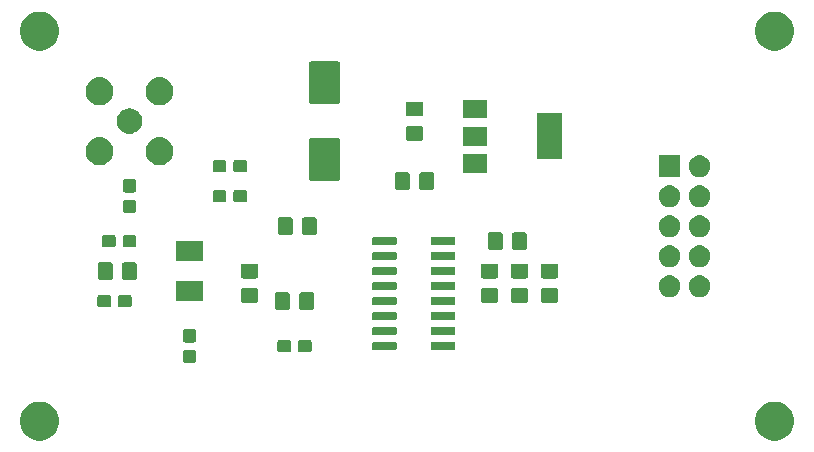
<source format=gbr>
G04 #@! TF.GenerationSoftware,KiCad,Pcbnew,5.1.5-52549c5~84~ubuntu18.04.1*
G04 #@! TF.CreationDate,2019-12-29T09:20:39+09:30*
G04 #@! TF.ProjectId,SpectrumAnalyser,53706563-7472-4756-9d41-6e616c797365,rev?*
G04 #@! TF.SameCoordinates,Original*
G04 #@! TF.FileFunction,Soldermask,Top*
G04 #@! TF.FilePolarity,Negative*
%FSLAX46Y46*%
G04 Gerber Fmt 4.6, Leading zero omitted, Abs format (unit mm)*
G04 Created by KiCad (PCBNEW 5.1.5-52549c5~84~ubuntu18.04.1) date 2019-12-29 09:20:39*
%MOMM*%
%LPD*%
G04 APERTURE LIST*
%ADD10C,0.100000*%
G04 APERTURE END LIST*
D10*
G36*
X212465256Y-113961298D02*
G01*
X212571579Y-113982447D01*
X212872042Y-114106903D01*
X213142451Y-114287585D01*
X213372415Y-114517549D01*
X213553097Y-114787958D01*
X213677553Y-115088421D01*
X213741000Y-115407391D01*
X213741000Y-115732609D01*
X213677553Y-116051579D01*
X213553097Y-116352042D01*
X213372415Y-116622451D01*
X213142451Y-116852415D01*
X212872042Y-117033097D01*
X212571579Y-117157553D01*
X212465256Y-117178702D01*
X212252611Y-117221000D01*
X211927389Y-117221000D01*
X211714744Y-117178702D01*
X211608421Y-117157553D01*
X211307958Y-117033097D01*
X211037549Y-116852415D01*
X210807585Y-116622451D01*
X210626903Y-116352042D01*
X210502447Y-116051579D01*
X210439000Y-115732609D01*
X210439000Y-115407391D01*
X210502447Y-115088421D01*
X210626903Y-114787958D01*
X210807585Y-114517549D01*
X211037549Y-114287585D01*
X211307958Y-114106903D01*
X211608421Y-113982447D01*
X211714744Y-113961298D01*
X211927389Y-113919000D01*
X212252611Y-113919000D01*
X212465256Y-113961298D01*
G37*
G36*
X150235256Y-113961298D02*
G01*
X150341579Y-113982447D01*
X150642042Y-114106903D01*
X150912451Y-114287585D01*
X151142415Y-114517549D01*
X151323097Y-114787958D01*
X151447553Y-115088421D01*
X151511000Y-115407391D01*
X151511000Y-115732609D01*
X151447553Y-116051579D01*
X151323097Y-116352042D01*
X151142415Y-116622451D01*
X150912451Y-116852415D01*
X150642042Y-117033097D01*
X150341579Y-117157553D01*
X150235256Y-117178702D01*
X150022611Y-117221000D01*
X149697389Y-117221000D01*
X149484744Y-117178702D01*
X149378421Y-117157553D01*
X149077958Y-117033097D01*
X148807549Y-116852415D01*
X148577585Y-116622451D01*
X148396903Y-116352042D01*
X148272447Y-116051579D01*
X148209000Y-115732609D01*
X148209000Y-115407391D01*
X148272447Y-115088421D01*
X148396903Y-114787958D01*
X148577585Y-114517549D01*
X148807549Y-114287585D01*
X149077958Y-114106903D01*
X149378421Y-113982447D01*
X149484744Y-113961298D01*
X149697389Y-113919000D01*
X150022611Y-113919000D01*
X150235256Y-113961298D01*
G37*
G36*
X162924499Y-109523445D02*
G01*
X162961995Y-109534820D01*
X162996554Y-109553292D01*
X163026847Y-109578153D01*
X163051708Y-109608446D01*
X163070180Y-109643005D01*
X163081555Y-109680501D01*
X163086000Y-109725638D01*
X163086000Y-110464362D01*
X163081555Y-110509499D01*
X163070180Y-110546995D01*
X163051708Y-110581554D01*
X163026847Y-110611847D01*
X162996554Y-110636708D01*
X162961995Y-110655180D01*
X162924499Y-110666555D01*
X162879362Y-110671000D01*
X162240638Y-110671000D01*
X162195501Y-110666555D01*
X162158005Y-110655180D01*
X162123446Y-110636708D01*
X162093153Y-110611847D01*
X162068292Y-110581554D01*
X162049820Y-110546995D01*
X162038445Y-110509499D01*
X162034000Y-110464362D01*
X162034000Y-109725638D01*
X162038445Y-109680501D01*
X162049820Y-109643005D01*
X162068292Y-109608446D01*
X162093153Y-109578153D01*
X162123446Y-109553292D01*
X162158005Y-109534820D01*
X162195501Y-109523445D01*
X162240638Y-109519000D01*
X162879362Y-109519000D01*
X162924499Y-109523445D01*
G37*
G36*
X172739499Y-108698445D02*
G01*
X172776995Y-108709820D01*
X172811554Y-108728292D01*
X172841847Y-108753153D01*
X172866708Y-108783446D01*
X172885180Y-108818005D01*
X172896555Y-108855501D01*
X172901000Y-108900638D01*
X172901000Y-109539362D01*
X172896555Y-109584499D01*
X172885180Y-109621995D01*
X172866708Y-109656554D01*
X172841847Y-109686847D01*
X172811554Y-109711708D01*
X172776995Y-109730180D01*
X172739499Y-109741555D01*
X172694362Y-109746000D01*
X171955638Y-109746000D01*
X171910501Y-109741555D01*
X171873005Y-109730180D01*
X171838446Y-109711708D01*
X171808153Y-109686847D01*
X171783292Y-109656554D01*
X171764820Y-109621995D01*
X171753445Y-109584499D01*
X171749000Y-109539362D01*
X171749000Y-108900638D01*
X171753445Y-108855501D01*
X171764820Y-108818005D01*
X171783292Y-108783446D01*
X171808153Y-108753153D01*
X171838446Y-108728292D01*
X171873005Y-108709820D01*
X171910501Y-108698445D01*
X171955638Y-108694000D01*
X172694362Y-108694000D01*
X172739499Y-108698445D01*
G37*
G36*
X170989499Y-108698445D02*
G01*
X171026995Y-108709820D01*
X171061554Y-108728292D01*
X171091847Y-108753153D01*
X171116708Y-108783446D01*
X171135180Y-108818005D01*
X171146555Y-108855501D01*
X171151000Y-108900638D01*
X171151000Y-109539362D01*
X171146555Y-109584499D01*
X171135180Y-109621995D01*
X171116708Y-109656554D01*
X171091847Y-109686847D01*
X171061554Y-109711708D01*
X171026995Y-109730180D01*
X170989499Y-109741555D01*
X170944362Y-109746000D01*
X170205638Y-109746000D01*
X170160501Y-109741555D01*
X170123005Y-109730180D01*
X170088446Y-109711708D01*
X170058153Y-109686847D01*
X170033292Y-109656554D01*
X170014820Y-109621995D01*
X170003445Y-109584499D01*
X169999000Y-109539362D01*
X169999000Y-108900638D01*
X170003445Y-108855501D01*
X170014820Y-108818005D01*
X170033292Y-108783446D01*
X170058153Y-108753153D01*
X170088446Y-108728292D01*
X170123005Y-108709820D01*
X170160501Y-108698445D01*
X170205638Y-108694000D01*
X170944362Y-108694000D01*
X170989499Y-108698445D01*
G37*
G36*
X184954928Y-108871764D02*
G01*
X184976009Y-108878160D01*
X184995445Y-108888548D01*
X185012476Y-108902524D01*
X185026452Y-108919555D01*
X185036840Y-108938991D01*
X185043236Y-108960072D01*
X185046000Y-108988140D01*
X185046000Y-109451860D01*
X185043236Y-109479928D01*
X185036840Y-109501009D01*
X185026452Y-109520445D01*
X185012476Y-109537476D01*
X184995445Y-109551452D01*
X184976009Y-109561840D01*
X184954928Y-109568236D01*
X184926860Y-109571000D01*
X183113140Y-109571000D01*
X183085072Y-109568236D01*
X183063991Y-109561840D01*
X183044555Y-109551452D01*
X183027524Y-109537476D01*
X183013548Y-109520445D01*
X183003160Y-109501009D01*
X182996764Y-109479928D01*
X182994000Y-109451860D01*
X182994000Y-108988140D01*
X182996764Y-108960072D01*
X183003160Y-108938991D01*
X183013548Y-108919555D01*
X183027524Y-108902524D01*
X183044555Y-108888548D01*
X183063991Y-108878160D01*
X183085072Y-108871764D01*
X183113140Y-108869000D01*
X184926860Y-108869000D01*
X184954928Y-108871764D01*
G37*
G36*
X180004928Y-108871764D02*
G01*
X180026009Y-108878160D01*
X180045445Y-108888548D01*
X180062476Y-108902524D01*
X180076452Y-108919555D01*
X180086840Y-108938991D01*
X180093236Y-108960072D01*
X180096000Y-108988140D01*
X180096000Y-109451860D01*
X180093236Y-109479928D01*
X180086840Y-109501009D01*
X180076452Y-109520445D01*
X180062476Y-109537476D01*
X180045445Y-109551452D01*
X180026009Y-109561840D01*
X180004928Y-109568236D01*
X179976860Y-109571000D01*
X178163140Y-109571000D01*
X178135072Y-109568236D01*
X178113991Y-109561840D01*
X178094555Y-109551452D01*
X178077524Y-109537476D01*
X178063548Y-109520445D01*
X178053160Y-109501009D01*
X178046764Y-109479928D01*
X178044000Y-109451860D01*
X178044000Y-108988140D01*
X178046764Y-108960072D01*
X178053160Y-108938991D01*
X178063548Y-108919555D01*
X178077524Y-108902524D01*
X178094555Y-108888548D01*
X178113991Y-108878160D01*
X178135072Y-108871764D01*
X178163140Y-108869000D01*
X179976860Y-108869000D01*
X180004928Y-108871764D01*
G37*
G36*
X162924499Y-107773445D02*
G01*
X162961995Y-107784820D01*
X162996554Y-107803292D01*
X163026847Y-107828153D01*
X163051708Y-107858446D01*
X163070180Y-107893005D01*
X163081555Y-107930501D01*
X163086000Y-107975638D01*
X163086000Y-108714362D01*
X163081555Y-108759499D01*
X163070180Y-108796995D01*
X163051708Y-108831554D01*
X163026847Y-108861847D01*
X162996554Y-108886708D01*
X162961995Y-108905180D01*
X162924499Y-108916555D01*
X162879362Y-108921000D01*
X162240638Y-108921000D01*
X162195501Y-108916555D01*
X162158005Y-108905180D01*
X162123446Y-108886708D01*
X162093153Y-108861847D01*
X162068292Y-108831554D01*
X162049820Y-108796995D01*
X162038445Y-108759499D01*
X162034000Y-108714362D01*
X162034000Y-107975638D01*
X162038445Y-107930501D01*
X162049820Y-107893005D01*
X162068292Y-107858446D01*
X162093153Y-107828153D01*
X162123446Y-107803292D01*
X162158005Y-107784820D01*
X162195501Y-107773445D01*
X162240638Y-107769000D01*
X162879362Y-107769000D01*
X162924499Y-107773445D01*
G37*
G36*
X184954928Y-107601764D02*
G01*
X184976009Y-107608160D01*
X184995445Y-107618548D01*
X185012476Y-107632524D01*
X185026452Y-107649555D01*
X185036840Y-107668991D01*
X185043236Y-107690072D01*
X185046000Y-107718140D01*
X185046000Y-108181860D01*
X185043236Y-108209928D01*
X185036840Y-108231009D01*
X185026452Y-108250445D01*
X185012476Y-108267476D01*
X184995445Y-108281452D01*
X184976009Y-108291840D01*
X184954928Y-108298236D01*
X184926860Y-108301000D01*
X183113140Y-108301000D01*
X183085072Y-108298236D01*
X183063991Y-108291840D01*
X183044555Y-108281452D01*
X183027524Y-108267476D01*
X183013548Y-108250445D01*
X183003160Y-108231009D01*
X182996764Y-108209928D01*
X182994000Y-108181860D01*
X182994000Y-107718140D01*
X182996764Y-107690072D01*
X183003160Y-107668991D01*
X183013548Y-107649555D01*
X183027524Y-107632524D01*
X183044555Y-107618548D01*
X183063991Y-107608160D01*
X183085072Y-107601764D01*
X183113140Y-107599000D01*
X184926860Y-107599000D01*
X184954928Y-107601764D01*
G37*
G36*
X180004928Y-107601764D02*
G01*
X180026009Y-107608160D01*
X180045445Y-107618548D01*
X180062476Y-107632524D01*
X180076452Y-107649555D01*
X180086840Y-107668991D01*
X180093236Y-107690072D01*
X180096000Y-107718140D01*
X180096000Y-108181860D01*
X180093236Y-108209928D01*
X180086840Y-108231009D01*
X180076452Y-108250445D01*
X180062476Y-108267476D01*
X180045445Y-108281452D01*
X180026009Y-108291840D01*
X180004928Y-108298236D01*
X179976860Y-108301000D01*
X178163140Y-108301000D01*
X178135072Y-108298236D01*
X178113991Y-108291840D01*
X178094555Y-108281452D01*
X178077524Y-108267476D01*
X178063548Y-108250445D01*
X178053160Y-108231009D01*
X178046764Y-108209928D01*
X178044000Y-108181860D01*
X178044000Y-107718140D01*
X178046764Y-107690072D01*
X178053160Y-107668991D01*
X178063548Y-107649555D01*
X178077524Y-107632524D01*
X178094555Y-107618548D01*
X178113991Y-107608160D01*
X178135072Y-107601764D01*
X178163140Y-107599000D01*
X179976860Y-107599000D01*
X180004928Y-107601764D01*
G37*
G36*
X180004928Y-106331764D02*
G01*
X180026009Y-106338160D01*
X180045445Y-106348548D01*
X180062476Y-106362524D01*
X180076452Y-106379555D01*
X180086840Y-106398991D01*
X180093236Y-106420072D01*
X180096000Y-106448140D01*
X180096000Y-106911860D01*
X180093236Y-106939928D01*
X180086840Y-106961009D01*
X180076452Y-106980445D01*
X180062476Y-106997476D01*
X180045445Y-107011452D01*
X180026009Y-107021840D01*
X180004928Y-107028236D01*
X179976860Y-107031000D01*
X178163140Y-107031000D01*
X178135072Y-107028236D01*
X178113991Y-107021840D01*
X178094555Y-107011452D01*
X178077524Y-106997476D01*
X178063548Y-106980445D01*
X178053160Y-106961009D01*
X178046764Y-106939928D01*
X178044000Y-106911860D01*
X178044000Y-106448140D01*
X178046764Y-106420072D01*
X178053160Y-106398991D01*
X178063548Y-106379555D01*
X178077524Y-106362524D01*
X178094555Y-106348548D01*
X178113991Y-106338160D01*
X178135072Y-106331764D01*
X178163140Y-106329000D01*
X179976860Y-106329000D01*
X180004928Y-106331764D01*
G37*
G36*
X184954928Y-106331764D02*
G01*
X184976009Y-106338160D01*
X184995445Y-106348548D01*
X185012476Y-106362524D01*
X185026452Y-106379555D01*
X185036840Y-106398991D01*
X185043236Y-106420072D01*
X185046000Y-106448140D01*
X185046000Y-106911860D01*
X185043236Y-106939928D01*
X185036840Y-106961009D01*
X185026452Y-106980445D01*
X185012476Y-106997476D01*
X184995445Y-107011452D01*
X184976009Y-107021840D01*
X184954928Y-107028236D01*
X184926860Y-107031000D01*
X183113140Y-107031000D01*
X183085072Y-107028236D01*
X183063991Y-107021840D01*
X183044555Y-107011452D01*
X183027524Y-106997476D01*
X183013548Y-106980445D01*
X183003160Y-106961009D01*
X182996764Y-106939928D01*
X182994000Y-106911860D01*
X182994000Y-106448140D01*
X182996764Y-106420072D01*
X183003160Y-106398991D01*
X183013548Y-106379555D01*
X183027524Y-106362524D01*
X183044555Y-106348548D01*
X183063991Y-106338160D01*
X183085072Y-106331764D01*
X183113140Y-106329000D01*
X184926860Y-106329000D01*
X184954928Y-106331764D01*
G37*
G36*
X172938674Y-104663465D02*
G01*
X172976367Y-104674899D01*
X173011103Y-104693466D01*
X173041548Y-104718452D01*
X173066534Y-104748897D01*
X173085101Y-104783633D01*
X173096535Y-104821326D01*
X173101000Y-104866661D01*
X173101000Y-105953339D01*
X173096535Y-105998674D01*
X173085101Y-106036367D01*
X173066534Y-106071103D01*
X173041548Y-106101548D01*
X173011103Y-106126534D01*
X172976367Y-106145101D01*
X172938674Y-106156535D01*
X172893339Y-106161000D01*
X172056661Y-106161000D01*
X172011326Y-106156535D01*
X171973633Y-106145101D01*
X171938897Y-106126534D01*
X171908452Y-106101548D01*
X171883466Y-106071103D01*
X171864899Y-106036367D01*
X171853465Y-105998674D01*
X171849000Y-105953339D01*
X171849000Y-104866661D01*
X171853465Y-104821326D01*
X171864899Y-104783633D01*
X171883466Y-104748897D01*
X171908452Y-104718452D01*
X171938897Y-104693466D01*
X171973633Y-104674899D01*
X172011326Y-104663465D01*
X172056661Y-104659000D01*
X172893339Y-104659000D01*
X172938674Y-104663465D01*
G37*
G36*
X170888674Y-104663465D02*
G01*
X170926367Y-104674899D01*
X170961103Y-104693466D01*
X170991548Y-104718452D01*
X171016534Y-104748897D01*
X171035101Y-104783633D01*
X171046535Y-104821326D01*
X171051000Y-104866661D01*
X171051000Y-105953339D01*
X171046535Y-105998674D01*
X171035101Y-106036367D01*
X171016534Y-106071103D01*
X170991548Y-106101548D01*
X170961103Y-106126534D01*
X170926367Y-106145101D01*
X170888674Y-106156535D01*
X170843339Y-106161000D01*
X170006661Y-106161000D01*
X169961326Y-106156535D01*
X169923633Y-106145101D01*
X169888897Y-106126534D01*
X169858452Y-106101548D01*
X169833466Y-106071103D01*
X169814899Y-106036367D01*
X169803465Y-105998674D01*
X169799000Y-105953339D01*
X169799000Y-104866661D01*
X169803465Y-104821326D01*
X169814899Y-104783633D01*
X169833466Y-104748897D01*
X169858452Y-104718452D01*
X169888897Y-104693466D01*
X169923633Y-104674899D01*
X169961326Y-104663465D01*
X170006661Y-104659000D01*
X170843339Y-104659000D01*
X170888674Y-104663465D01*
G37*
G36*
X157499499Y-104888445D02*
G01*
X157536995Y-104899820D01*
X157571554Y-104918292D01*
X157601847Y-104943153D01*
X157626708Y-104973446D01*
X157645180Y-105008005D01*
X157656555Y-105045501D01*
X157661000Y-105090638D01*
X157661000Y-105729362D01*
X157656555Y-105774499D01*
X157645180Y-105811995D01*
X157626708Y-105846554D01*
X157601847Y-105876847D01*
X157571554Y-105901708D01*
X157536995Y-105920180D01*
X157499499Y-105931555D01*
X157454362Y-105936000D01*
X156715638Y-105936000D01*
X156670501Y-105931555D01*
X156633005Y-105920180D01*
X156598446Y-105901708D01*
X156568153Y-105876847D01*
X156543292Y-105846554D01*
X156524820Y-105811995D01*
X156513445Y-105774499D01*
X156509000Y-105729362D01*
X156509000Y-105090638D01*
X156513445Y-105045501D01*
X156524820Y-105008005D01*
X156543292Y-104973446D01*
X156568153Y-104943153D01*
X156598446Y-104918292D01*
X156633005Y-104899820D01*
X156670501Y-104888445D01*
X156715638Y-104884000D01*
X157454362Y-104884000D01*
X157499499Y-104888445D01*
G37*
G36*
X155749499Y-104888445D02*
G01*
X155786995Y-104899820D01*
X155821554Y-104918292D01*
X155851847Y-104943153D01*
X155876708Y-104973446D01*
X155895180Y-105008005D01*
X155906555Y-105045501D01*
X155911000Y-105090638D01*
X155911000Y-105729362D01*
X155906555Y-105774499D01*
X155895180Y-105811995D01*
X155876708Y-105846554D01*
X155851847Y-105876847D01*
X155821554Y-105901708D01*
X155786995Y-105920180D01*
X155749499Y-105931555D01*
X155704362Y-105936000D01*
X154965638Y-105936000D01*
X154920501Y-105931555D01*
X154883005Y-105920180D01*
X154848446Y-105901708D01*
X154818153Y-105876847D01*
X154793292Y-105846554D01*
X154774820Y-105811995D01*
X154763445Y-105774499D01*
X154759000Y-105729362D01*
X154759000Y-105090638D01*
X154763445Y-105045501D01*
X154774820Y-105008005D01*
X154793292Y-104973446D01*
X154818153Y-104943153D01*
X154848446Y-104918292D01*
X154883005Y-104899820D01*
X154920501Y-104888445D01*
X154965638Y-104884000D01*
X155704362Y-104884000D01*
X155749499Y-104888445D01*
G37*
G36*
X184954928Y-105061764D02*
G01*
X184976009Y-105068160D01*
X184995445Y-105078548D01*
X185012476Y-105092524D01*
X185026452Y-105109555D01*
X185036840Y-105128991D01*
X185043236Y-105150072D01*
X185046000Y-105178140D01*
X185046000Y-105641860D01*
X185043236Y-105669928D01*
X185036840Y-105691009D01*
X185026452Y-105710445D01*
X185012476Y-105727476D01*
X184995445Y-105741452D01*
X184976009Y-105751840D01*
X184954928Y-105758236D01*
X184926860Y-105761000D01*
X183113140Y-105761000D01*
X183085072Y-105758236D01*
X183063991Y-105751840D01*
X183044555Y-105741452D01*
X183027524Y-105727476D01*
X183013548Y-105710445D01*
X183003160Y-105691009D01*
X182996764Y-105669928D01*
X182994000Y-105641860D01*
X182994000Y-105178140D01*
X182996764Y-105150072D01*
X183003160Y-105128991D01*
X183013548Y-105109555D01*
X183027524Y-105092524D01*
X183044555Y-105078548D01*
X183063991Y-105068160D01*
X183085072Y-105061764D01*
X183113140Y-105059000D01*
X184926860Y-105059000D01*
X184954928Y-105061764D01*
G37*
G36*
X180004928Y-105061764D02*
G01*
X180026009Y-105068160D01*
X180045445Y-105078548D01*
X180062476Y-105092524D01*
X180076452Y-105109555D01*
X180086840Y-105128991D01*
X180093236Y-105150072D01*
X180096000Y-105178140D01*
X180096000Y-105641860D01*
X180093236Y-105669928D01*
X180086840Y-105691009D01*
X180076452Y-105710445D01*
X180062476Y-105727476D01*
X180045445Y-105741452D01*
X180026009Y-105751840D01*
X180004928Y-105758236D01*
X179976860Y-105761000D01*
X178163140Y-105761000D01*
X178135072Y-105758236D01*
X178113991Y-105751840D01*
X178094555Y-105741452D01*
X178077524Y-105727476D01*
X178063548Y-105710445D01*
X178053160Y-105691009D01*
X178046764Y-105669928D01*
X178044000Y-105641860D01*
X178044000Y-105178140D01*
X178046764Y-105150072D01*
X178053160Y-105128991D01*
X178063548Y-105109555D01*
X178077524Y-105092524D01*
X178094555Y-105078548D01*
X178113991Y-105068160D01*
X178135072Y-105061764D01*
X178163140Y-105059000D01*
X179976860Y-105059000D01*
X180004928Y-105061764D01*
G37*
G36*
X191088674Y-104298465D02*
G01*
X191126367Y-104309899D01*
X191161103Y-104328466D01*
X191191548Y-104353452D01*
X191216534Y-104383897D01*
X191235101Y-104418633D01*
X191246535Y-104456326D01*
X191251000Y-104501661D01*
X191251000Y-105338339D01*
X191246535Y-105383674D01*
X191235101Y-105421367D01*
X191216534Y-105456103D01*
X191191548Y-105486548D01*
X191161103Y-105511534D01*
X191126367Y-105530101D01*
X191088674Y-105541535D01*
X191043339Y-105546000D01*
X189956661Y-105546000D01*
X189911326Y-105541535D01*
X189873633Y-105530101D01*
X189838897Y-105511534D01*
X189808452Y-105486548D01*
X189783466Y-105456103D01*
X189764899Y-105421367D01*
X189753465Y-105383674D01*
X189749000Y-105338339D01*
X189749000Y-104501661D01*
X189753465Y-104456326D01*
X189764899Y-104418633D01*
X189783466Y-104383897D01*
X189808452Y-104353452D01*
X189838897Y-104328466D01*
X189873633Y-104309899D01*
X189911326Y-104298465D01*
X189956661Y-104294000D01*
X191043339Y-104294000D01*
X191088674Y-104298465D01*
G37*
G36*
X188548674Y-104298465D02*
G01*
X188586367Y-104309899D01*
X188621103Y-104328466D01*
X188651548Y-104353452D01*
X188676534Y-104383897D01*
X188695101Y-104418633D01*
X188706535Y-104456326D01*
X188711000Y-104501661D01*
X188711000Y-105338339D01*
X188706535Y-105383674D01*
X188695101Y-105421367D01*
X188676534Y-105456103D01*
X188651548Y-105486548D01*
X188621103Y-105511534D01*
X188586367Y-105530101D01*
X188548674Y-105541535D01*
X188503339Y-105546000D01*
X187416661Y-105546000D01*
X187371326Y-105541535D01*
X187333633Y-105530101D01*
X187298897Y-105511534D01*
X187268452Y-105486548D01*
X187243466Y-105456103D01*
X187224899Y-105421367D01*
X187213465Y-105383674D01*
X187209000Y-105338339D01*
X187209000Y-104501661D01*
X187213465Y-104456326D01*
X187224899Y-104418633D01*
X187243466Y-104383897D01*
X187268452Y-104353452D01*
X187298897Y-104328466D01*
X187333633Y-104309899D01*
X187371326Y-104298465D01*
X187416661Y-104294000D01*
X188503339Y-104294000D01*
X188548674Y-104298465D01*
G37*
G36*
X168228674Y-104298465D02*
G01*
X168266367Y-104309899D01*
X168301103Y-104328466D01*
X168331548Y-104353452D01*
X168356534Y-104383897D01*
X168375101Y-104418633D01*
X168386535Y-104456326D01*
X168391000Y-104501661D01*
X168391000Y-105338339D01*
X168386535Y-105383674D01*
X168375101Y-105421367D01*
X168356534Y-105456103D01*
X168331548Y-105486548D01*
X168301103Y-105511534D01*
X168266367Y-105530101D01*
X168228674Y-105541535D01*
X168183339Y-105546000D01*
X167096661Y-105546000D01*
X167051326Y-105541535D01*
X167013633Y-105530101D01*
X166978897Y-105511534D01*
X166948452Y-105486548D01*
X166923466Y-105456103D01*
X166904899Y-105421367D01*
X166893465Y-105383674D01*
X166889000Y-105338339D01*
X166889000Y-104501661D01*
X166893465Y-104456326D01*
X166904899Y-104418633D01*
X166923466Y-104383897D01*
X166948452Y-104353452D01*
X166978897Y-104328466D01*
X167013633Y-104309899D01*
X167051326Y-104298465D01*
X167096661Y-104294000D01*
X168183339Y-104294000D01*
X168228674Y-104298465D01*
G37*
G36*
X193628674Y-104298465D02*
G01*
X193666367Y-104309899D01*
X193701103Y-104328466D01*
X193731548Y-104353452D01*
X193756534Y-104383897D01*
X193775101Y-104418633D01*
X193786535Y-104456326D01*
X193791000Y-104501661D01*
X193791000Y-105338339D01*
X193786535Y-105383674D01*
X193775101Y-105421367D01*
X193756534Y-105456103D01*
X193731548Y-105486548D01*
X193701103Y-105511534D01*
X193666367Y-105530101D01*
X193628674Y-105541535D01*
X193583339Y-105546000D01*
X192496661Y-105546000D01*
X192451326Y-105541535D01*
X192413633Y-105530101D01*
X192378897Y-105511534D01*
X192348452Y-105486548D01*
X192323466Y-105456103D01*
X192304899Y-105421367D01*
X192293465Y-105383674D01*
X192289000Y-105338339D01*
X192289000Y-104501661D01*
X192293465Y-104456326D01*
X192304899Y-104418633D01*
X192323466Y-104383897D01*
X192348452Y-104353452D01*
X192378897Y-104328466D01*
X192413633Y-104309899D01*
X192451326Y-104298465D01*
X192496661Y-104294000D01*
X193583339Y-104294000D01*
X193628674Y-104298465D01*
G37*
G36*
X163736000Y-105421000D02*
G01*
X161384000Y-105421000D01*
X161384000Y-103719000D01*
X163736000Y-103719000D01*
X163736000Y-105421000D01*
G37*
G36*
X203466778Y-103260547D02*
G01*
X203633224Y-103329491D01*
X203783022Y-103429583D01*
X203910417Y-103556978D01*
X204010509Y-103706776D01*
X204079453Y-103873222D01*
X204114600Y-104049918D01*
X204114600Y-104230082D01*
X204079453Y-104406778D01*
X204010509Y-104573224D01*
X203910417Y-104723022D01*
X203783022Y-104850417D01*
X203633224Y-104950509D01*
X203466778Y-105019453D01*
X203290082Y-105054600D01*
X203109918Y-105054600D01*
X202933222Y-105019453D01*
X202766776Y-104950509D01*
X202616978Y-104850417D01*
X202489583Y-104723022D01*
X202389491Y-104573224D01*
X202320547Y-104406778D01*
X202285400Y-104230082D01*
X202285400Y-104049918D01*
X202320547Y-103873222D01*
X202389491Y-103706776D01*
X202489583Y-103556978D01*
X202616978Y-103429583D01*
X202766776Y-103329491D01*
X202933222Y-103260547D01*
X203109918Y-103225400D01*
X203290082Y-103225400D01*
X203466778Y-103260547D01*
G37*
G36*
X206006778Y-103260547D02*
G01*
X206173224Y-103329491D01*
X206323022Y-103429583D01*
X206450417Y-103556978D01*
X206550509Y-103706776D01*
X206619453Y-103873222D01*
X206654600Y-104049918D01*
X206654600Y-104230082D01*
X206619453Y-104406778D01*
X206550509Y-104573224D01*
X206450417Y-104723022D01*
X206323022Y-104850417D01*
X206173224Y-104950509D01*
X206006778Y-105019453D01*
X205830082Y-105054600D01*
X205649918Y-105054600D01*
X205473222Y-105019453D01*
X205306776Y-104950509D01*
X205156978Y-104850417D01*
X205029583Y-104723022D01*
X204929491Y-104573224D01*
X204860547Y-104406778D01*
X204825400Y-104230082D01*
X204825400Y-104049918D01*
X204860547Y-103873222D01*
X204929491Y-103706776D01*
X205029583Y-103556978D01*
X205156978Y-103429583D01*
X205306776Y-103329491D01*
X205473222Y-103260547D01*
X205649918Y-103225400D01*
X205830082Y-103225400D01*
X206006778Y-103260547D01*
G37*
G36*
X184954928Y-103791764D02*
G01*
X184976009Y-103798160D01*
X184995445Y-103808548D01*
X185012476Y-103822524D01*
X185026452Y-103839555D01*
X185036840Y-103858991D01*
X185043236Y-103880072D01*
X185046000Y-103908140D01*
X185046000Y-104371860D01*
X185043236Y-104399928D01*
X185036840Y-104421009D01*
X185026452Y-104440445D01*
X185012476Y-104457476D01*
X184995445Y-104471452D01*
X184976009Y-104481840D01*
X184954928Y-104488236D01*
X184926860Y-104491000D01*
X183113140Y-104491000D01*
X183085072Y-104488236D01*
X183063991Y-104481840D01*
X183044555Y-104471452D01*
X183027524Y-104457476D01*
X183013548Y-104440445D01*
X183003160Y-104421009D01*
X182996764Y-104399928D01*
X182994000Y-104371860D01*
X182994000Y-103908140D01*
X182996764Y-103880072D01*
X183003160Y-103858991D01*
X183013548Y-103839555D01*
X183027524Y-103822524D01*
X183044555Y-103808548D01*
X183063991Y-103798160D01*
X183085072Y-103791764D01*
X183113140Y-103789000D01*
X184926860Y-103789000D01*
X184954928Y-103791764D01*
G37*
G36*
X180004928Y-103791764D02*
G01*
X180026009Y-103798160D01*
X180045445Y-103808548D01*
X180062476Y-103822524D01*
X180076452Y-103839555D01*
X180086840Y-103858991D01*
X180093236Y-103880072D01*
X180096000Y-103908140D01*
X180096000Y-104371860D01*
X180093236Y-104399928D01*
X180086840Y-104421009D01*
X180076452Y-104440445D01*
X180062476Y-104457476D01*
X180045445Y-104471452D01*
X180026009Y-104481840D01*
X180004928Y-104488236D01*
X179976860Y-104491000D01*
X178163140Y-104491000D01*
X178135072Y-104488236D01*
X178113991Y-104481840D01*
X178094555Y-104471452D01*
X178077524Y-104457476D01*
X178063548Y-104440445D01*
X178053160Y-104421009D01*
X178046764Y-104399928D01*
X178044000Y-104371860D01*
X178044000Y-103908140D01*
X178046764Y-103880072D01*
X178053160Y-103858991D01*
X178063548Y-103839555D01*
X178077524Y-103822524D01*
X178094555Y-103808548D01*
X178113991Y-103798160D01*
X178135072Y-103791764D01*
X178163140Y-103789000D01*
X179976860Y-103789000D01*
X180004928Y-103791764D01*
G37*
G36*
X155893674Y-102123465D02*
G01*
X155931367Y-102134899D01*
X155966103Y-102153466D01*
X155996548Y-102178452D01*
X156021534Y-102208897D01*
X156040101Y-102243633D01*
X156051535Y-102281326D01*
X156056000Y-102326661D01*
X156056000Y-103413339D01*
X156051535Y-103458674D01*
X156040101Y-103496367D01*
X156021534Y-103531103D01*
X155996548Y-103561548D01*
X155966103Y-103586534D01*
X155931367Y-103605101D01*
X155893674Y-103616535D01*
X155848339Y-103621000D01*
X155011661Y-103621000D01*
X154966326Y-103616535D01*
X154928633Y-103605101D01*
X154893897Y-103586534D01*
X154863452Y-103561548D01*
X154838466Y-103531103D01*
X154819899Y-103496367D01*
X154808465Y-103458674D01*
X154804000Y-103413339D01*
X154804000Y-102326661D01*
X154808465Y-102281326D01*
X154819899Y-102243633D01*
X154838466Y-102208897D01*
X154863452Y-102178452D01*
X154893897Y-102153466D01*
X154928633Y-102134899D01*
X154966326Y-102123465D01*
X155011661Y-102119000D01*
X155848339Y-102119000D01*
X155893674Y-102123465D01*
G37*
G36*
X157943674Y-102123465D02*
G01*
X157981367Y-102134899D01*
X158016103Y-102153466D01*
X158046548Y-102178452D01*
X158071534Y-102208897D01*
X158090101Y-102243633D01*
X158101535Y-102281326D01*
X158106000Y-102326661D01*
X158106000Y-103413339D01*
X158101535Y-103458674D01*
X158090101Y-103496367D01*
X158071534Y-103531103D01*
X158046548Y-103561548D01*
X158016103Y-103586534D01*
X157981367Y-103605101D01*
X157943674Y-103616535D01*
X157898339Y-103621000D01*
X157061661Y-103621000D01*
X157016326Y-103616535D01*
X156978633Y-103605101D01*
X156943897Y-103586534D01*
X156913452Y-103561548D01*
X156888466Y-103531103D01*
X156869899Y-103496367D01*
X156858465Y-103458674D01*
X156854000Y-103413339D01*
X156854000Y-102326661D01*
X156858465Y-102281326D01*
X156869899Y-102243633D01*
X156888466Y-102208897D01*
X156913452Y-102178452D01*
X156943897Y-102153466D01*
X156978633Y-102134899D01*
X157016326Y-102123465D01*
X157061661Y-102119000D01*
X157898339Y-102119000D01*
X157943674Y-102123465D01*
G37*
G36*
X168228674Y-102248465D02*
G01*
X168266367Y-102259899D01*
X168301103Y-102278466D01*
X168331548Y-102303452D01*
X168356534Y-102333897D01*
X168375101Y-102368633D01*
X168386535Y-102406326D01*
X168391000Y-102451661D01*
X168391000Y-103288339D01*
X168386535Y-103333674D01*
X168375101Y-103371367D01*
X168356534Y-103406103D01*
X168331548Y-103436548D01*
X168301103Y-103461534D01*
X168266367Y-103480101D01*
X168228674Y-103491535D01*
X168183339Y-103496000D01*
X167096661Y-103496000D01*
X167051326Y-103491535D01*
X167013633Y-103480101D01*
X166978897Y-103461534D01*
X166948452Y-103436548D01*
X166923466Y-103406103D01*
X166904899Y-103371367D01*
X166893465Y-103333674D01*
X166889000Y-103288339D01*
X166889000Y-102451661D01*
X166893465Y-102406326D01*
X166904899Y-102368633D01*
X166923466Y-102333897D01*
X166948452Y-102303452D01*
X166978897Y-102278466D01*
X167013633Y-102259899D01*
X167051326Y-102248465D01*
X167096661Y-102244000D01*
X168183339Y-102244000D01*
X168228674Y-102248465D01*
G37*
G36*
X193628674Y-102248465D02*
G01*
X193666367Y-102259899D01*
X193701103Y-102278466D01*
X193731548Y-102303452D01*
X193756534Y-102333897D01*
X193775101Y-102368633D01*
X193786535Y-102406326D01*
X193791000Y-102451661D01*
X193791000Y-103288339D01*
X193786535Y-103333674D01*
X193775101Y-103371367D01*
X193756534Y-103406103D01*
X193731548Y-103436548D01*
X193701103Y-103461534D01*
X193666367Y-103480101D01*
X193628674Y-103491535D01*
X193583339Y-103496000D01*
X192496661Y-103496000D01*
X192451326Y-103491535D01*
X192413633Y-103480101D01*
X192378897Y-103461534D01*
X192348452Y-103436548D01*
X192323466Y-103406103D01*
X192304899Y-103371367D01*
X192293465Y-103333674D01*
X192289000Y-103288339D01*
X192289000Y-102451661D01*
X192293465Y-102406326D01*
X192304899Y-102368633D01*
X192323466Y-102333897D01*
X192348452Y-102303452D01*
X192378897Y-102278466D01*
X192413633Y-102259899D01*
X192451326Y-102248465D01*
X192496661Y-102244000D01*
X193583339Y-102244000D01*
X193628674Y-102248465D01*
G37*
G36*
X191088674Y-102248465D02*
G01*
X191126367Y-102259899D01*
X191161103Y-102278466D01*
X191191548Y-102303452D01*
X191216534Y-102333897D01*
X191235101Y-102368633D01*
X191246535Y-102406326D01*
X191251000Y-102451661D01*
X191251000Y-103288339D01*
X191246535Y-103333674D01*
X191235101Y-103371367D01*
X191216534Y-103406103D01*
X191191548Y-103436548D01*
X191161103Y-103461534D01*
X191126367Y-103480101D01*
X191088674Y-103491535D01*
X191043339Y-103496000D01*
X189956661Y-103496000D01*
X189911326Y-103491535D01*
X189873633Y-103480101D01*
X189838897Y-103461534D01*
X189808452Y-103436548D01*
X189783466Y-103406103D01*
X189764899Y-103371367D01*
X189753465Y-103333674D01*
X189749000Y-103288339D01*
X189749000Y-102451661D01*
X189753465Y-102406326D01*
X189764899Y-102368633D01*
X189783466Y-102333897D01*
X189808452Y-102303452D01*
X189838897Y-102278466D01*
X189873633Y-102259899D01*
X189911326Y-102248465D01*
X189956661Y-102244000D01*
X191043339Y-102244000D01*
X191088674Y-102248465D01*
G37*
G36*
X188548674Y-102248465D02*
G01*
X188586367Y-102259899D01*
X188621103Y-102278466D01*
X188651548Y-102303452D01*
X188676534Y-102333897D01*
X188695101Y-102368633D01*
X188706535Y-102406326D01*
X188711000Y-102451661D01*
X188711000Y-103288339D01*
X188706535Y-103333674D01*
X188695101Y-103371367D01*
X188676534Y-103406103D01*
X188651548Y-103436548D01*
X188621103Y-103461534D01*
X188586367Y-103480101D01*
X188548674Y-103491535D01*
X188503339Y-103496000D01*
X187416661Y-103496000D01*
X187371326Y-103491535D01*
X187333633Y-103480101D01*
X187298897Y-103461534D01*
X187268452Y-103436548D01*
X187243466Y-103406103D01*
X187224899Y-103371367D01*
X187213465Y-103333674D01*
X187209000Y-103288339D01*
X187209000Y-102451661D01*
X187213465Y-102406326D01*
X187224899Y-102368633D01*
X187243466Y-102333897D01*
X187268452Y-102303452D01*
X187298897Y-102278466D01*
X187333633Y-102259899D01*
X187371326Y-102248465D01*
X187416661Y-102244000D01*
X188503339Y-102244000D01*
X188548674Y-102248465D01*
G37*
G36*
X180004928Y-102521764D02*
G01*
X180026009Y-102528160D01*
X180045445Y-102538548D01*
X180062476Y-102552524D01*
X180076452Y-102569555D01*
X180086840Y-102588991D01*
X180093236Y-102610072D01*
X180096000Y-102638140D01*
X180096000Y-103101860D01*
X180093236Y-103129928D01*
X180086840Y-103151009D01*
X180076452Y-103170445D01*
X180062476Y-103187476D01*
X180045445Y-103201452D01*
X180026009Y-103211840D01*
X180004928Y-103218236D01*
X179976860Y-103221000D01*
X178163140Y-103221000D01*
X178135072Y-103218236D01*
X178113991Y-103211840D01*
X178094555Y-103201452D01*
X178077524Y-103187476D01*
X178063548Y-103170445D01*
X178053160Y-103151009D01*
X178046764Y-103129928D01*
X178044000Y-103101860D01*
X178044000Y-102638140D01*
X178046764Y-102610072D01*
X178053160Y-102588991D01*
X178063548Y-102569555D01*
X178077524Y-102552524D01*
X178094555Y-102538548D01*
X178113991Y-102528160D01*
X178135072Y-102521764D01*
X178163140Y-102519000D01*
X179976860Y-102519000D01*
X180004928Y-102521764D01*
G37*
G36*
X184954928Y-102521764D02*
G01*
X184976009Y-102528160D01*
X184995445Y-102538548D01*
X185012476Y-102552524D01*
X185026452Y-102569555D01*
X185036840Y-102588991D01*
X185043236Y-102610072D01*
X185046000Y-102638140D01*
X185046000Y-103101860D01*
X185043236Y-103129928D01*
X185036840Y-103151009D01*
X185026452Y-103170445D01*
X185012476Y-103187476D01*
X184995445Y-103201452D01*
X184976009Y-103211840D01*
X184954928Y-103218236D01*
X184926860Y-103221000D01*
X183113140Y-103221000D01*
X183085072Y-103218236D01*
X183063991Y-103211840D01*
X183044555Y-103201452D01*
X183027524Y-103187476D01*
X183013548Y-103170445D01*
X183003160Y-103151009D01*
X182996764Y-103129928D01*
X182994000Y-103101860D01*
X182994000Y-102638140D01*
X182996764Y-102610072D01*
X183003160Y-102588991D01*
X183013548Y-102569555D01*
X183027524Y-102552524D01*
X183044555Y-102538548D01*
X183063991Y-102528160D01*
X183085072Y-102521764D01*
X183113140Y-102519000D01*
X184926860Y-102519000D01*
X184954928Y-102521764D01*
G37*
G36*
X206006778Y-100720547D02*
G01*
X206173224Y-100789491D01*
X206323022Y-100889583D01*
X206450417Y-101016978D01*
X206550509Y-101166776D01*
X206619453Y-101333222D01*
X206654600Y-101509918D01*
X206654600Y-101690082D01*
X206619453Y-101866778D01*
X206550509Y-102033224D01*
X206450417Y-102183022D01*
X206323022Y-102310417D01*
X206173224Y-102410509D01*
X206006778Y-102479453D01*
X205830082Y-102514600D01*
X205649918Y-102514600D01*
X205473222Y-102479453D01*
X205306776Y-102410509D01*
X205156978Y-102310417D01*
X205029583Y-102183022D01*
X204929491Y-102033224D01*
X204860547Y-101866778D01*
X204825400Y-101690082D01*
X204825400Y-101509918D01*
X204860547Y-101333222D01*
X204929491Y-101166776D01*
X205029583Y-101016978D01*
X205156978Y-100889583D01*
X205306776Y-100789491D01*
X205473222Y-100720547D01*
X205649918Y-100685400D01*
X205830082Y-100685400D01*
X206006778Y-100720547D01*
G37*
G36*
X203466778Y-100720547D02*
G01*
X203633224Y-100789491D01*
X203783022Y-100889583D01*
X203910417Y-101016978D01*
X204010509Y-101166776D01*
X204079453Y-101333222D01*
X204114600Y-101509918D01*
X204114600Y-101690082D01*
X204079453Y-101866778D01*
X204010509Y-102033224D01*
X203910417Y-102183022D01*
X203783022Y-102310417D01*
X203633224Y-102410509D01*
X203466778Y-102479453D01*
X203290082Y-102514600D01*
X203109918Y-102514600D01*
X202933222Y-102479453D01*
X202766776Y-102410509D01*
X202616978Y-102310417D01*
X202489583Y-102183022D01*
X202389491Y-102033224D01*
X202320547Y-101866778D01*
X202285400Y-101690082D01*
X202285400Y-101509918D01*
X202320547Y-101333222D01*
X202389491Y-101166776D01*
X202489583Y-101016978D01*
X202616978Y-100889583D01*
X202766776Y-100789491D01*
X202933222Y-100720547D01*
X203109918Y-100685400D01*
X203290082Y-100685400D01*
X203466778Y-100720547D01*
G37*
G36*
X163736000Y-102021000D02*
G01*
X161384000Y-102021000D01*
X161384000Y-100319000D01*
X163736000Y-100319000D01*
X163736000Y-102021000D01*
G37*
G36*
X184954928Y-101251764D02*
G01*
X184976009Y-101258160D01*
X184995445Y-101268548D01*
X185012476Y-101282524D01*
X185026452Y-101299555D01*
X185036840Y-101318991D01*
X185043236Y-101340072D01*
X185046000Y-101368140D01*
X185046000Y-101831860D01*
X185043236Y-101859928D01*
X185036840Y-101881009D01*
X185026452Y-101900445D01*
X185012476Y-101917476D01*
X184995445Y-101931452D01*
X184976009Y-101941840D01*
X184954928Y-101948236D01*
X184926860Y-101951000D01*
X183113140Y-101951000D01*
X183085072Y-101948236D01*
X183063991Y-101941840D01*
X183044555Y-101931452D01*
X183027524Y-101917476D01*
X183013548Y-101900445D01*
X183003160Y-101881009D01*
X182996764Y-101859928D01*
X182994000Y-101831860D01*
X182994000Y-101368140D01*
X182996764Y-101340072D01*
X183003160Y-101318991D01*
X183013548Y-101299555D01*
X183027524Y-101282524D01*
X183044555Y-101268548D01*
X183063991Y-101258160D01*
X183085072Y-101251764D01*
X183113140Y-101249000D01*
X184926860Y-101249000D01*
X184954928Y-101251764D01*
G37*
G36*
X180004928Y-101251764D02*
G01*
X180026009Y-101258160D01*
X180045445Y-101268548D01*
X180062476Y-101282524D01*
X180076452Y-101299555D01*
X180086840Y-101318991D01*
X180093236Y-101340072D01*
X180096000Y-101368140D01*
X180096000Y-101831860D01*
X180093236Y-101859928D01*
X180086840Y-101881009D01*
X180076452Y-101900445D01*
X180062476Y-101917476D01*
X180045445Y-101931452D01*
X180026009Y-101941840D01*
X180004928Y-101948236D01*
X179976860Y-101951000D01*
X178163140Y-101951000D01*
X178135072Y-101948236D01*
X178113991Y-101941840D01*
X178094555Y-101931452D01*
X178077524Y-101917476D01*
X178063548Y-101900445D01*
X178053160Y-101881009D01*
X178046764Y-101859928D01*
X178044000Y-101831860D01*
X178044000Y-101368140D01*
X178046764Y-101340072D01*
X178053160Y-101318991D01*
X178063548Y-101299555D01*
X178077524Y-101282524D01*
X178094555Y-101268548D01*
X178113991Y-101258160D01*
X178135072Y-101251764D01*
X178163140Y-101249000D01*
X179976860Y-101249000D01*
X180004928Y-101251764D01*
G37*
G36*
X190963674Y-99583465D02*
G01*
X191001367Y-99594899D01*
X191036103Y-99613466D01*
X191066548Y-99638452D01*
X191091534Y-99668897D01*
X191110101Y-99703633D01*
X191121535Y-99741326D01*
X191126000Y-99786661D01*
X191126000Y-100873339D01*
X191121535Y-100918674D01*
X191110101Y-100956367D01*
X191091534Y-100991103D01*
X191066548Y-101021548D01*
X191036103Y-101046534D01*
X191001367Y-101065101D01*
X190963674Y-101076535D01*
X190918339Y-101081000D01*
X190081661Y-101081000D01*
X190036326Y-101076535D01*
X189998633Y-101065101D01*
X189963897Y-101046534D01*
X189933452Y-101021548D01*
X189908466Y-100991103D01*
X189889899Y-100956367D01*
X189878465Y-100918674D01*
X189874000Y-100873339D01*
X189874000Y-99786661D01*
X189878465Y-99741326D01*
X189889899Y-99703633D01*
X189908466Y-99668897D01*
X189933452Y-99638452D01*
X189963897Y-99613466D01*
X189998633Y-99594899D01*
X190036326Y-99583465D01*
X190081661Y-99579000D01*
X190918339Y-99579000D01*
X190963674Y-99583465D01*
G37*
G36*
X188913674Y-99583465D02*
G01*
X188951367Y-99594899D01*
X188986103Y-99613466D01*
X189016548Y-99638452D01*
X189041534Y-99668897D01*
X189060101Y-99703633D01*
X189071535Y-99741326D01*
X189076000Y-99786661D01*
X189076000Y-100873339D01*
X189071535Y-100918674D01*
X189060101Y-100956367D01*
X189041534Y-100991103D01*
X189016548Y-101021548D01*
X188986103Y-101046534D01*
X188951367Y-101065101D01*
X188913674Y-101076535D01*
X188868339Y-101081000D01*
X188031661Y-101081000D01*
X187986326Y-101076535D01*
X187948633Y-101065101D01*
X187913897Y-101046534D01*
X187883452Y-101021548D01*
X187858466Y-100991103D01*
X187839899Y-100956367D01*
X187828465Y-100918674D01*
X187824000Y-100873339D01*
X187824000Y-99786661D01*
X187828465Y-99741326D01*
X187839899Y-99703633D01*
X187858466Y-99668897D01*
X187883452Y-99638452D01*
X187913897Y-99613466D01*
X187948633Y-99594899D01*
X187986326Y-99583465D01*
X188031661Y-99579000D01*
X188868339Y-99579000D01*
X188913674Y-99583465D01*
G37*
G36*
X157894499Y-99808445D02*
G01*
X157931995Y-99819820D01*
X157966554Y-99838292D01*
X157996847Y-99863153D01*
X158021708Y-99893446D01*
X158040180Y-99928005D01*
X158051555Y-99965501D01*
X158056000Y-100010638D01*
X158056000Y-100649362D01*
X158051555Y-100694499D01*
X158040180Y-100731995D01*
X158021708Y-100766554D01*
X157996847Y-100796847D01*
X157966554Y-100821708D01*
X157931995Y-100840180D01*
X157894499Y-100851555D01*
X157849362Y-100856000D01*
X157110638Y-100856000D01*
X157065501Y-100851555D01*
X157028005Y-100840180D01*
X156993446Y-100821708D01*
X156963153Y-100796847D01*
X156938292Y-100766554D01*
X156919820Y-100731995D01*
X156908445Y-100694499D01*
X156904000Y-100649362D01*
X156904000Y-100010638D01*
X156908445Y-99965501D01*
X156919820Y-99928005D01*
X156938292Y-99893446D01*
X156963153Y-99863153D01*
X156993446Y-99838292D01*
X157028005Y-99819820D01*
X157065501Y-99808445D01*
X157110638Y-99804000D01*
X157849362Y-99804000D01*
X157894499Y-99808445D01*
G37*
G36*
X156144499Y-99808445D02*
G01*
X156181995Y-99819820D01*
X156216554Y-99838292D01*
X156246847Y-99863153D01*
X156271708Y-99893446D01*
X156290180Y-99928005D01*
X156301555Y-99965501D01*
X156306000Y-100010638D01*
X156306000Y-100649362D01*
X156301555Y-100694499D01*
X156290180Y-100731995D01*
X156271708Y-100766554D01*
X156246847Y-100796847D01*
X156216554Y-100821708D01*
X156181995Y-100840180D01*
X156144499Y-100851555D01*
X156099362Y-100856000D01*
X155360638Y-100856000D01*
X155315501Y-100851555D01*
X155278005Y-100840180D01*
X155243446Y-100821708D01*
X155213153Y-100796847D01*
X155188292Y-100766554D01*
X155169820Y-100731995D01*
X155158445Y-100694499D01*
X155154000Y-100649362D01*
X155154000Y-100010638D01*
X155158445Y-99965501D01*
X155169820Y-99928005D01*
X155188292Y-99893446D01*
X155213153Y-99863153D01*
X155243446Y-99838292D01*
X155278005Y-99819820D01*
X155315501Y-99808445D01*
X155360638Y-99804000D01*
X156099362Y-99804000D01*
X156144499Y-99808445D01*
G37*
G36*
X184954928Y-99981764D02*
G01*
X184976009Y-99988160D01*
X184995445Y-99998548D01*
X185012476Y-100012524D01*
X185026452Y-100029555D01*
X185036840Y-100048991D01*
X185043236Y-100070072D01*
X185046000Y-100098140D01*
X185046000Y-100561860D01*
X185043236Y-100589928D01*
X185036840Y-100611009D01*
X185026452Y-100630445D01*
X185012476Y-100647476D01*
X184995445Y-100661452D01*
X184976009Y-100671840D01*
X184954928Y-100678236D01*
X184926860Y-100681000D01*
X183113140Y-100681000D01*
X183085072Y-100678236D01*
X183063991Y-100671840D01*
X183044555Y-100661452D01*
X183027524Y-100647476D01*
X183013548Y-100630445D01*
X183003160Y-100611009D01*
X182996764Y-100589928D01*
X182994000Y-100561860D01*
X182994000Y-100098140D01*
X182996764Y-100070072D01*
X183003160Y-100048991D01*
X183013548Y-100029555D01*
X183027524Y-100012524D01*
X183044555Y-99998548D01*
X183063991Y-99988160D01*
X183085072Y-99981764D01*
X183113140Y-99979000D01*
X184926860Y-99979000D01*
X184954928Y-99981764D01*
G37*
G36*
X180004928Y-99981764D02*
G01*
X180026009Y-99988160D01*
X180045445Y-99998548D01*
X180062476Y-100012524D01*
X180076452Y-100029555D01*
X180086840Y-100048991D01*
X180093236Y-100070072D01*
X180096000Y-100098140D01*
X180096000Y-100561860D01*
X180093236Y-100589928D01*
X180086840Y-100611009D01*
X180076452Y-100630445D01*
X180062476Y-100647476D01*
X180045445Y-100661452D01*
X180026009Y-100671840D01*
X180004928Y-100678236D01*
X179976860Y-100681000D01*
X178163140Y-100681000D01*
X178135072Y-100678236D01*
X178113991Y-100671840D01*
X178094555Y-100661452D01*
X178077524Y-100647476D01*
X178063548Y-100630445D01*
X178053160Y-100611009D01*
X178046764Y-100589928D01*
X178044000Y-100561860D01*
X178044000Y-100098140D01*
X178046764Y-100070072D01*
X178053160Y-100048991D01*
X178063548Y-100029555D01*
X178077524Y-100012524D01*
X178094555Y-99998548D01*
X178113991Y-99988160D01*
X178135072Y-99981764D01*
X178163140Y-99979000D01*
X179976860Y-99979000D01*
X180004928Y-99981764D01*
G37*
G36*
X203466778Y-98180547D02*
G01*
X203633224Y-98249491D01*
X203783022Y-98349583D01*
X203910417Y-98476978D01*
X204010509Y-98626776D01*
X204079453Y-98793222D01*
X204114600Y-98969918D01*
X204114600Y-99150082D01*
X204079453Y-99326778D01*
X204010509Y-99493224D01*
X203910417Y-99643022D01*
X203783022Y-99770417D01*
X203633224Y-99870509D01*
X203466778Y-99939453D01*
X203290082Y-99974600D01*
X203109918Y-99974600D01*
X202933222Y-99939453D01*
X202766776Y-99870509D01*
X202616978Y-99770417D01*
X202489583Y-99643022D01*
X202389491Y-99493224D01*
X202320547Y-99326778D01*
X202285400Y-99150082D01*
X202285400Y-98969918D01*
X202320547Y-98793222D01*
X202389491Y-98626776D01*
X202489583Y-98476978D01*
X202616978Y-98349583D01*
X202766776Y-98249491D01*
X202933222Y-98180547D01*
X203109918Y-98145400D01*
X203290082Y-98145400D01*
X203466778Y-98180547D01*
G37*
G36*
X206006778Y-98180547D02*
G01*
X206173224Y-98249491D01*
X206323022Y-98349583D01*
X206450417Y-98476978D01*
X206550509Y-98626776D01*
X206619453Y-98793222D01*
X206654600Y-98969918D01*
X206654600Y-99150082D01*
X206619453Y-99326778D01*
X206550509Y-99493224D01*
X206450417Y-99643022D01*
X206323022Y-99770417D01*
X206173224Y-99870509D01*
X206006778Y-99939453D01*
X205830082Y-99974600D01*
X205649918Y-99974600D01*
X205473222Y-99939453D01*
X205306776Y-99870509D01*
X205156978Y-99770417D01*
X205029583Y-99643022D01*
X204929491Y-99493224D01*
X204860547Y-99326778D01*
X204825400Y-99150082D01*
X204825400Y-98969918D01*
X204860547Y-98793222D01*
X204929491Y-98626776D01*
X205029583Y-98476978D01*
X205156978Y-98349583D01*
X205306776Y-98249491D01*
X205473222Y-98180547D01*
X205649918Y-98145400D01*
X205830082Y-98145400D01*
X206006778Y-98180547D01*
G37*
G36*
X171133674Y-98313465D02*
G01*
X171171367Y-98324899D01*
X171206103Y-98343466D01*
X171236548Y-98368452D01*
X171261534Y-98398897D01*
X171280101Y-98433633D01*
X171291535Y-98471326D01*
X171296000Y-98516661D01*
X171296000Y-99603339D01*
X171291535Y-99648674D01*
X171280101Y-99686367D01*
X171261534Y-99721103D01*
X171236548Y-99751548D01*
X171206103Y-99776534D01*
X171171367Y-99795101D01*
X171133674Y-99806535D01*
X171088339Y-99811000D01*
X170251661Y-99811000D01*
X170206326Y-99806535D01*
X170168633Y-99795101D01*
X170133897Y-99776534D01*
X170103452Y-99751548D01*
X170078466Y-99721103D01*
X170059899Y-99686367D01*
X170048465Y-99648674D01*
X170044000Y-99603339D01*
X170044000Y-98516661D01*
X170048465Y-98471326D01*
X170059899Y-98433633D01*
X170078466Y-98398897D01*
X170103452Y-98368452D01*
X170133897Y-98343466D01*
X170168633Y-98324899D01*
X170206326Y-98313465D01*
X170251661Y-98309000D01*
X171088339Y-98309000D01*
X171133674Y-98313465D01*
G37*
G36*
X173183674Y-98313465D02*
G01*
X173221367Y-98324899D01*
X173256103Y-98343466D01*
X173286548Y-98368452D01*
X173311534Y-98398897D01*
X173330101Y-98433633D01*
X173341535Y-98471326D01*
X173346000Y-98516661D01*
X173346000Y-99603339D01*
X173341535Y-99648674D01*
X173330101Y-99686367D01*
X173311534Y-99721103D01*
X173286548Y-99751548D01*
X173256103Y-99776534D01*
X173221367Y-99795101D01*
X173183674Y-99806535D01*
X173138339Y-99811000D01*
X172301661Y-99811000D01*
X172256326Y-99806535D01*
X172218633Y-99795101D01*
X172183897Y-99776534D01*
X172153452Y-99751548D01*
X172128466Y-99721103D01*
X172109899Y-99686367D01*
X172098465Y-99648674D01*
X172094000Y-99603339D01*
X172094000Y-98516661D01*
X172098465Y-98471326D01*
X172109899Y-98433633D01*
X172128466Y-98398897D01*
X172153452Y-98368452D01*
X172183897Y-98343466D01*
X172218633Y-98324899D01*
X172256326Y-98313465D01*
X172301661Y-98309000D01*
X173138339Y-98309000D01*
X173183674Y-98313465D01*
G37*
G36*
X157844499Y-96823445D02*
G01*
X157881995Y-96834820D01*
X157916554Y-96853292D01*
X157946847Y-96878153D01*
X157971708Y-96908446D01*
X157990180Y-96943005D01*
X158001555Y-96980501D01*
X158006000Y-97025638D01*
X158006000Y-97764362D01*
X158001555Y-97809499D01*
X157990180Y-97846995D01*
X157971708Y-97881554D01*
X157946847Y-97911847D01*
X157916554Y-97936708D01*
X157881995Y-97955180D01*
X157844499Y-97966555D01*
X157799362Y-97971000D01*
X157160638Y-97971000D01*
X157115501Y-97966555D01*
X157078005Y-97955180D01*
X157043446Y-97936708D01*
X157013153Y-97911847D01*
X156988292Y-97881554D01*
X156969820Y-97846995D01*
X156958445Y-97809499D01*
X156954000Y-97764362D01*
X156954000Y-97025638D01*
X156958445Y-96980501D01*
X156969820Y-96943005D01*
X156988292Y-96908446D01*
X157013153Y-96878153D01*
X157043446Y-96853292D01*
X157078005Y-96834820D01*
X157115501Y-96823445D01*
X157160638Y-96819000D01*
X157799362Y-96819000D01*
X157844499Y-96823445D01*
G37*
G36*
X206006778Y-95640547D02*
G01*
X206173224Y-95709491D01*
X206323022Y-95809583D01*
X206450417Y-95936978D01*
X206550509Y-96086776D01*
X206619453Y-96253222D01*
X206654600Y-96429918D01*
X206654600Y-96610082D01*
X206619453Y-96786778D01*
X206550509Y-96953224D01*
X206450417Y-97103022D01*
X206323022Y-97230417D01*
X206173224Y-97330509D01*
X206006778Y-97399453D01*
X205830082Y-97434600D01*
X205649918Y-97434600D01*
X205473222Y-97399453D01*
X205306776Y-97330509D01*
X205156978Y-97230417D01*
X205029583Y-97103022D01*
X204929491Y-96953224D01*
X204860547Y-96786778D01*
X204825400Y-96610082D01*
X204825400Y-96429918D01*
X204860547Y-96253222D01*
X204929491Y-96086776D01*
X205029583Y-95936978D01*
X205156978Y-95809583D01*
X205306776Y-95709491D01*
X205473222Y-95640547D01*
X205649918Y-95605400D01*
X205830082Y-95605400D01*
X206006778Y-95640547D01*
G37*
G36*
X203466778Y-95640547D02*
G01*
X203633224Y-95709491D01*
X203783022Y-95809583D01*
X203910417Y-95936978D01*
X204010509Y-96086776D01*
X204079453Y-96253222D01*
X204114600Y-96429918D01*
X204114600Y-96610082D01*
X204079453Y-96786778D01*
X204010509Y-96953224D01*
X203910417Y-97103022D01*
X203783022Y-97230417D01*
X203633224Y-97330509D01*
X203466778Y-97399453D01*
X203290082Y-97434600D01*
X203109918Y-97434600D01*
X202933222Y-97399453D01*
X202766776Y-97330509D01*
X202616978Y-97230417D01*
X202489583Y-97103022D01*
X202389491Y-96953224D01*
X202320547Y-96786778D01*
X202285400Y-96610082D01*
X202285400Y-96429918D01*
X202320547Y-96253222D01*
X202389491Y-96086776D01*
X202489583Y-95936978D01*
X202616978Y-95809583D01*
X202766776Y-95709491D01*
X202933222Y-95640547D01*
X203109918Y-95605400D01*
X203290082Y-95605400D01*
X203466778Y-95640547D01*
G37*
G36*
X165514499Y-95998445D02*
G01*
X165551995Y-96009820D01*
X165586554Y-96028292D01*
X165616847Y-96053153D01*
X165641708Y-96083446D01*
X165660180Y-96118005D01*
X165671555Y-96155501D01*
X165676000Y-96200638D01*
X165676000Y-96839362D01*
X165671555Y-96884499D01*
X165660180Y-96921995D01*
X165641708Y-96956554D01*
X165616847Y-96986847D01*
X165586554Y-97011708D01*
X165551995Y-97030180D01*
X165514499Y-97041555D01*
X165469362Y-97046000D01*
X164730638Y-97046000D01*
X164685501Y-97041555D01*
X164648005Y-97030180D01*
X164613446Y-97011708D01*
X164583153Y-96986847D01*
X164558292Y-96956554D01*
X164539820Y-96921995D01*
X164528445Y-96884499D01*
X164524000Y-96839362D01*
X164524000Y-96200638D01*
X164528445Y-96155501D01*
X164539820Y-96118005D01*
X164558292Y-96083446D01*
X164583153Y-96053153D01*
X164613446Y-96028292D01*
X164648005Y-96009820D01*
X164685501Y-95998445D01*
X164730638Y-95994000D01*
X165469362Y-95994000D01*
X165514499Y-95998445D01*
G37*
G36*
X167264499Y-95998445D02*
G01*
X167301995Y-96009820D01*
X167336554Y-96028292D01*
X167366847Y-96053153D01*
X167391708Y-96083446D01*
X167410180Y-96118005D01*
X167421555Y-96155501D01*
X167426000Y-96200638D01*
X167426000Y-96839362D01*
X167421555Y-96884499D01*
X167410180Y-96921995D01*
X167391708Y-96956554D01*
X167366847Y-96986847D01*
X167336554Y-97011708D01*
X167301995Y-97030180D01*
X167264499Y-97041555D01*
X167219362Y-97046000D01*
X166480638Y-97046000D01*
X166435501Y-97041555D01*
X166398005Y-97030180D01*
X166363446Y-97011708D01*
X166333153Y-96986847D01*
X166308292Y-96956554D01*
X166289820Y-96921995D01*
X166278445Y-96884499D01*
X166274000Y-96839362D01*
X166274000Y-96200638D01*
X166278445Y-96155501D01*
X166289820Y-96118005D01*
X166308292Y-96083446D01*
X166333153Y-96053153D01*
X166363446Y-96028292D01*
X166398005Y-96009820D01*
X166435501Y-95998445D01*
X166480638Y-95994000D01*
X167219362Y-95994000D01*
X167264499Y-95998445D01*
G37*
G36*
X157844499Y-95073445D02*
G01*
X157881995Y-95084820D01*
X157916554Y-95103292D01*
X157946847Y-95128153D01*
X157971708Y-95158446D01*
X157990180Y-95193005D01*
X158001555Y-95230501D01*
X158006000Y-95275638D01*
X158006000Y-96014362D01*
X158001555Y-96059499D01*
X157990180Y-96096995D01*
X157971708Y-96131554D01*
X157946847Y-96161847D01*
X157916554Y-96186708D01*
X157881995Y-96205180D01*
X157844499Y-96216555D01*
X157799362Y-96221000D01*
X157160638Y-96221000D01*
X157115501Y-96216555D01*
X157078005Y-96205180D01*
X157043446Y-96186708D01*
X157013153Y-96161847D01*
X156988292Y-96131554D01*
X156969820Y-96096995D01*
X156958445Y-96059499D01*
X156954000Y-96014362D01*
X156954000Y-95275638D01*
X156958445Y-95230501D01*
X156969820Y-95193005D01*
X156988292Y-95158446D01*
X157013153Y-95128153D01*
X157043446Y-95103292D01*
X157078005Y-95084820D01*
X157115501Y-95073445D01*
X157160638Y-95069000D01*
X157799362Y-95069000D01*
X157844499Y-95073445D01*
G37*
G36*
X181048674Y-94503465D02*
G01*
X181086367Y-94514899D01*
X181121103Y-94533466D01*
X181151548Y-94558452D01*
X181176534Y-94588897D01*
X181195101Y-94623633D01*
X181206535Y-94661326D01*
X181211000Y-94706661D01*
X181211000Y-95793339D01*
X181206535Y-95838674D01*
X181195101Y-95876367D01*
X181176534Y-95911103D01*
X181151548Y-95941548D01*
X181121103Y-95966534D01*
X181086367Y-95985101D01*
X181048674Y-95996535D01*
X181003339Y-96001000D01*
X180166661Y-96001000D01*
X180121326Y-95996535D01*
X180083633Y-95985101D01*
X180048897Y-95966534D01*
X180018452Y-95941548D01*
X179993466Y-95911103D01*
X179974899Y-95876367D01*
X179963465Y-95838674D01*
X179959000Y-95793339D01*
X179959000Y-94706661D01*
X179963465Y-94661326D01*
X179974899Y-94623633D01*
X179993466Y-94588897D01*
X180018452Y-94558452D01*
X180048897Y-94533466D01*
X180083633Y-94514899D01*
X180121326Y-94503465D01*
X180166661Y-94499000D01*
X181003339Y-94499000D01*
X181048674Y-94503465D01*
G37*
G36*
X183098674Y-94503465D02*
G01*
X183136367Y-94514899D01*
X183171103Y-94533466D01*
X183201548Y-94558452D01*
X183226534Y-94588897D01*
X183245101Y-94623633D01*
X183256535Y-94661326D01*
X183261000Y-94706661D01*
X183261000Y-95793339D01*
X183256535Y-95838674D01*
X183245101Y-95876367D01*
X183226534Y-95911103D01*
X183201548Y-95941548D01*
X183171103Y-95966534D01*
X183136367Y-95985101D01*
X183098674Y-95996535D01*
X183053339Y-96001000D01*
X182216661Y-96001000D01*
X182171326Y-95996535D01*
X182133633Y-95985101D01*
X182098897Y-95966534D01*
X182068452Y-95941548D01*
X182043466Y-95911103D01*
X182024899Y-95876367D01*
X182013465Y-95838674D01*
X182009000Y-95793339D01*
X182009000Y-94706661D01*
X182013465Y-94661326D01*
X182024899Y-94623633D01*
X182043466Y-94588897D01*
X182068452Y-94558452D01*
X182098897Y-94533466D01*
X182133633Y-94514899D01*
X182171326Y-94503465D01*
X182216661Y-94499000D01*
X183053339Y-94499000D01*
X183098674Y-94503465D01*
G37*
G36*
X175161934Y-91622671D02*
G01*
X175191877Y-91631754D01*
X175219465Y-91646500D01*
X175243651Y-91666349D01*
X175263500Y-91690535D01*
X175278246Y-91718123D01*
X175287329Y-91748066D01*
X175291000Y-91785340D01*
X175291000Y-95054660D01*
X175287329Y-95091934D01*
X175278246Y-95121877D01*
X175263500Y-95149465D01*
X175243651Y-95173651D01*
X175219465Y-95193500D01*
X175191877Y-95208246D01*
X175161934Y-95217329D01*
X175124660Y-95221000D01*
X172855340Y-95221000D01*
X172818066Y-95217329D01*
X172788123Y-95208246D01*
X172760535Y-95193500D01*
X172736349Y-95173651D01*
X172716500Y-95149465D01*
X172701754Y-95121877D01*
X172692671Y-95091934D01*
X172689000Y-95054660D01*
X172689000Y-91785340D01*
X172692671Y-91748066D01*
X172701754Y-91718123D01*
X172716500Y-91690535D01*
X172736349Y-91666349D01*
X172760535Y-91646500D01*
X172788123Y-91631754D01*
X172818066Y-91622671D01*
X172855340Y-91619000D01*
X175124660Y-91619000D01*
X175161934Y-91622671D01*
G37*
G36*
X204114600Y-94894600D02*
G01*
X202285400Y-94894600D01*
X202285400Y-93065400D01*
X204114600Y-93065400D01*
X204114600Y-94894600D01*
G37*
G36*
X206006778Y-93100547D02*
G01*
X206173224Y-93169491D01*
X206323022Y-93269583D01*
X206450417Y-93396978D01*
X206550509Y-93546776D01*
X206619453Y-93713222D01*
X206654600Y-93889918D01*
X206654600Y-94070082D01*
X206619453Y-94246778D01*
X206550509Y-94413224D01*
X206450417Y-94563022D01*
X206323022Y-94690417D01*
X206173224Y-94790509D01*
X206006778Y-94859453D01*
X205830082Y-94894600D01*
X205649918Y-94894600D01*
X205473222Y-94859453D01*
X205306776Y-94790509D01*
X205156978Y-94690417D01*
X205029583Y-94563022D01*
X204929491Y-94413224D01*
X204860547Y-94246778D01*
X204825400Y-94070082D01*
X204825400Y-93889918D01*
X204860547Y-93713222D01*
X204929491Y-93546776D01*
X205029583Y-93396978D01*
X205156978Y-93269583D01*
X205306776Y-93169491D01*
X205473222Y-93100547D01*
X205649918Y-93065400D01*
X205830082Y-93065400D01*
X206006778Y-93100547D01*
G37*
G36*
X187791000Y-94541000D02*
G01*
X185689000Y-94541000D01*
X185689000Y-92939000D01*
X187791000Y-92939000D01*
X187791000Y-94541000D01*
G37*
G36*
X165514499Y-93458445D02*
G01*
X165551995Y-93469820D01*
X165586554Y-93488292D01*
X165616847Y-93513153D01*
X165641708Y-93543446D01*
X165660180Y-93578005D01*
X165671555Y-93615501D01*
X165676000Y-93660638D01*
X165676000Y-94299362D01*
X165671555Y-94344499D01*
X165660180Y-94381995D01*
X165641708Y-94416554D01*
X165616847Y-94446847D01*
X165586554Y-94471708D01*
X165551995Y-94490180D01*
X165514499Y-94501555D01*
X165469362Y-94506000D01*
X164730638Y-94506000D01*
X164685501Y-94501555D01*
X164648005Y-94490180D01*
X164613446Y-94471708D01*
X164583153Y-94446847D01*
X164558292Y-94416554D01*
X164539820Y-94381995D01*
X164528445Y-94344499D01*
X164524000Y-94299362D01*
X164524000Y-93660638D01*
X164528445Y-93615501D01*
X164539820Y-93578005D01*
X164558292Y-93543446D01*
X164583153Y-93513153D01*
X164613446Y-93488292D01*
X164648005Y-93469820D01*
X164685501Y-93458445D01*
X164730638Y-93454000D01*
X165469362Y-93454000D01*
X165514499Y-93458445D01*
G37*
G36*
X167264499Y-93458445D02*
G01*
X167301995Y-93469820D01*
X167336554Y-93488292D01*
X167366847Y-93513153D01*
X167391708Y-93543446D01*
X167410180Y-93578005D01*
X167421555Y-93615501D01*
X167426000Y-93660638D01*
X167426000Y-94299362D01*
X167421555Y-94344499D01*
X167410180Y-94381995D01*
X167391708Y-94416554D01*
X167366847Y-94446847D01*
X167336554Y-94471708D01*
X167301995Y-94490180D01*
X167264499Y-94501555D01*
X167219362Y-94506000D01*
X166480638Y-94506000D01*
X166435501Y-94501555D01*
X166398005Y-94490180D01*
X166363446Y-94471708D01*
X166333153Y-94446847D01*
X166308292Y-94416554D01*
X166289820Y-94381995D01*
X166278445Y-94344499D01*
X166274000Y-94299362D01*
X166274000Y-93660638D01*
X166278445Y-93615501D01*
X166289820Y-93578005D01*
X166308292Y-93543446D01*
X166333153Y-93513153D01*
X166363446Y-93488292D01*
X166398005Y-93469820D01*
X166435501Y-93458445D01*
X166480638Y-93454000D01*
X167219362Y-93454000D01*
X167264499Y-93458445D01*
G37*
G36*
X160210367Y-91548827D02*
G01*
X160363027Y-91579193D01*
X160577045Y-91667842D01*
X160641249Y-91710742D01*
X160769654Y-91796539D01*
X160933461Y-91960346D01*
X161019258Y-92088751D01*
X161062158Y-92152955D01*
X161150807Y-92366973D01*
X161196000Y-92594174D01*
X161196000Y-92825826D01*
X161150807Y-93053027D01*
X161062158Y-93267045D01*
X161062157Y-93267046D01*
X160933461Y-93459654D01*
X160769654Y-93623461D01*
X160714014Y-93660638D01*
X160577045Y-93752158D01*
X160363027Y-93840807D01*
X160211560Y-93870936D01*
X160135827Y-93886000D01*
X159904173Y-93886000D01*
X159828440Y-93870936D01*
X159676973Y-93840807D01*
X159462955Y-93752158D01*
X159325986Y-93660638D01*
X159270346Y-93623461D01*
X159106539Y-93459654D01*
X158977843Y-93267046D01*
X158977842Y-93267045D01*
X158889193Y-93053027D01*
X158844000Y-92825826D01*
X158844000Y-92594174D01*
X158889193Y-92366973D01*
X158977842Y-92152955D01*
X159020742Y-92088751D01*
X159106539Y-91960346D01*
X159270346Y-91796539D01*
X159398751Y-91710742D01*
X159462955Y-91667842D01*
X159676973Y-91579193D01*
X159829633Y-91548827D01*
X159904173Y-91534000D01*
X160135827Y-91534000D01*
X160210367Y-91548827D01*
G37*
G36*
X155130367Y-91548827D02*
G01*
X155283027Y-91579193D01*
X155497045Y-91667842D01*
X155561249Y-91710742D01*
X155689654Y-91796539D01*
X155853461Y-91960346D01*
X155939258Y-92088751D01*
X155982158Y-92152955D01*
X156070807Y-92366973D01*
X156116000Y-92594174D01*
X156116000Y-92825826D01*
X156070807Y-93053027D01*
X155982158Y-93267045D01*
X155982157Y-93267046D01*
X155853461Y-93459654D01*
X155689654Y-93623461D01*
X155634014Y-93660638D01*
X155497045Y-93752158D01*
X155283027Y-93840807D01*
X155131560Y-93870936D01*
X155055827Y-93886000D01*
X154824173Y-93886000D01*
X154748440Y-93870936D01*
X154596973Y-93840807D01*
X154382955Y-93752158D01*
X154245986Y-93660638D01*
X154190346Y-93623461D01*
X154026539Y-93459654D01*
X153897843Y-93267046D01*
X153897842Y-93267045D01*
X153809193Y-93053027D01*
X153764000Y-92825826D01*
X153764000Y-92594174D01*
X153809193Y-92366973D01*
X153897842Y-92152955D01*
X153940742Y-92088751D01*
X154026539Y-91960346D01*
X154190346Y-91796539D01*
X154318751Y-91710742D01*
X154382955Y-91667842D01*
X154596973Y-91579193D01*
X154749633Y-91548827D01*
X154824173Y-91534000D01*
X155055827Y-91534000D01*
X155130367Y-91548827D01*
G37*
G36*
X194091000Y-93391000D02*
G01*
X191989000Y-93391000D01*
X191989000Y-89489000D01*
X194091000Y-89489000D01*
X194091000Y-93391000D01*
G37*
G36*
X187791000Y-92241000D02*
G01*
X185689000Y-92241000D01*
X185689000Y-90639000D01*
X187791000Y-90639000D01*
X187791000Y-92241000D01*
G37*
G36*
X182198674Y-90573465D02*
G01*
X182236367Y-90584899D01*
X182271103Y-90603466D01*
X182301548Y-90628452D01*
X182326534Y-90658897D01*
X182345101Y-90693633D01*
X182356535Y-90731326D01*
X182361000Y-90776661D01*
X182361000Y-91613339D01*
X182356535Y-91658674D01*
X182345101Y-91696367D01*
X182326534Y-91731103D01*
X182301548Y-91761548D01*
X182271103Y-91786534D01*
X182236367Y-91805101D01*
X182198674Y-91816535D01*
X182153339Y-91821000D01*
X181066661Y-91821000D01*
X181021326Y-91816535D01*
X180983633Y-91805101D01*
X180948897Y-91786534D01*
X180918452Y-91761548D01*
X180893466Y-91731103D01*
X180874899Y-91696367D01*
X180863465Y-91658674D01*
X180859000Y-91613339D01*
X180859000Y-90776661D01*
X180863465Y-90731326D01*
X180874899Y-90693633D01*
X180893466Y-90658897D01*
X180918452Y-90628452D01*
X180948897Y-90603466D01*
X180983633Y-90584899D01*
X181021326Y-90573465D01*
X181066661Y-90569000D01*
X182153339Y-90569000D01*
X182198674Y-90573465D01*
G37*
G36*
X157655271Y-89107783D02*
G01*
X157793858Y-89135350D01*
X157989677Y-89216461D01*
X158165910Y-89334216D01*
X158315784Y-89484090D01*
X158433539Y-89660323D01*
X158514650Y-89856142D01*
X158556000Y-90064023D01*
X158556000Y-90275977D01*
X158514650Y-90483858D01*
X158433539Y-90679677D01*
X158315784Y-90855910D01*
X158165910Y-91005784D01*
X157989677Y-91123539D01*
X157793858Y-91204650D01*
X157655271Y-91232217D01*
X157585978Y-91246000D01*
X157374022Y-91246000D01*
X157304729Y-91232217D01*
X157166142Y-91204650D01*
X156970323Y-91123539D01*
X156794090Y-91005784D01*
X156644216Y-90855910D01*
X156526461Y-90679677D01*
X156445350Y-90483858D01*
X156404000Y-90275977D01*
X156404000Y-90064023D01*
X156445350Y-89856142D01*
X156526461Y-89660323D01*
X156644216Y-89484090D01*
X156794090Y-89334216D01*
X156970323Y-89216461D01*
X157166142Y-89135350D01*
X157304729Y-89107783D01*
X157374022Y-89094000D01*
X157585978Y-89094000D01*
X157655271Y-89107783D01*
G37*
G36*
X187791000Y-89941000D02*
G01*
X185689000Y-89941000D01*
X185689000Y-88339000D01*
X187791000Y-88339000D01*
X187791000Y-89941000D01*
G37*
G36*
X182198674Y-88523465D02*
G01*
X182236367Y-88534899D01*
X182271103Y-88553466D01*
X182301548Y-88578452D01*
X182326534Y-88608897D01*
X182345101Y-88643633D01*
X182356535Y-88681326D01*
X182361000Y-88726661D01*
X182361000Y-89563339D01*
X182356535Y-89608674D01*
X182345101Y-89646367D01*
X182326534Y-89681103D01*
X182301548Y-89711548D01*
X182271103Y-89736534D01*
X182236367Y-89755101D01*
X182198674Y-89766535D01*
X182153339Y-89771000D01*
X181066661Y-89771000D01*
X181021326Y-89766535D01*
X180983633Y-89755101D01*
X180948897Y-89736534D01*
X180918452Y-89711548D01*
X180893466Y-89681103D01*
X180874899Y-89646367D01*
X180863465Y-89608674D01*
X180859000Y-89563339D01*
X180859000Y-88726661D01*
X180863465Y-88681326D01*
X180874899Y-88643633D01*
X180893466Y-88608897D01*
X180918452Y-88578452D01*
X180948897Y-88553466D01*
X180983633Y-88534899D01*
X181021326Y-88523465D01*
X181066661Y-88519000D01*
X182153339Y-88519000D01*
X182198674Y-88523465D01*
G37*
G36*
X155131560Y-86469064D02*
G01*
X155283027Y-86499193D01*
X155497045Y-86587842D01*
X155497046Y-86587843D01*
X155689654Y-86716539D01*
X155853461Y-86880346D01*
X155939258Y-87008751D01*
X155982158Y-87072955D01*
X156070807Y-87286973D01*
X156116000Y-87514174D01*
X156116000Y-87745826D01*
X156070807Y-87973027D01*
X155982158Y-88187045D01*
X155982157Y-88187046D01*
X155853461Y-88379654D01*
X155689654Y-88543461D01*
X155572296Y-88621877D01*
X155497045Y-88672158D01*
X155283027Y-88760807D01*
X155131560Y-88790936D01*
X155055827Y-88806000D01*
X154824173Y-88806000D01*
X154748440Y-88790936D01*
X154596973Y-88760807D01*
X154382955Y-88672158D01*
X154307704Y-88621877D01*
X154190346Y-88543461D01*
X154026539Y-88379654D01*
X153897843Y-88187046D01*
X153897842Y-88187045D01*
X153809193Y-87973027D01*
X153764000Y-87745826D01*
X153764000Y-87514174D01*
X153809193Y-87286973D01*
X153897842Y-87072955D01*
X153940742Y-87008751D01*
X154026539Y-86880346D01*
X154190346Y-86716539D01*
X154382954Y-86587843D01*
X154382955Y-86587842D01*
X154596973Y-86499193D01*
X154748440Y-86469064D01*
X154824173Y-86454000D01*
X155055827Y-86454000D01*
X155131560Y-86469064D01*
G37*
G36*
X160211560Y-86469064D02*
G01*
X160363027Y-86499193D01*
X160577045Y-86587842D01*
X160577046Y-86587843D01*
X160769654Y-86716539D01*
X160933461Y-86880346D01*
X161019258Y-87008751D01*
X161062158Y-87072955D01*
X161150807Y-87286973D01*
X161196000Y-87514174D01*
X161196000Y-87745826D01*
X161150807Y-87973027D01*
X161062158Y-88187045D01*
X161062157Y-88187046D01*
X160933461Y-88379654D01*
X160769654Y-88543461D01*
X160652296Y-88621877D01*
X160577045Y-88672158D01*
X160363027Y-88760807D01*
X160211560Y-88790936D01*
X160135827Y-88806000D01*
X159904173Y-88806000D01*
X159828440Y-88790936D01*
X159676973Y-88760807D01*
X159462955Y-88672158D01*
X159387704Y-88621877D01*
X159270346Y-88543461D01*
X159106539Y-88379654D01*
X158977843Y-88187046D01*
X158977842Y-88187045D01*
X158889193Y-87973027D01*
X158844000Y-87745826D01*
X158844000Y-87514174D01*
X158889193Y-87286973D01*
X158977842Y-87072955D01*
X159020742Y-87008751D01*
X159106539Y-86880346D01*
X159270346Y-86716539D01*
X159462954Y-86587843D01*
X159462955Y-86587842D01*
X159676973Y-86499193D01*
X159828440Y-86469064D01*
X159904173Y-86454000D01*
X160135827Y-86454000D01*
X160211560Y-86469064D01*
G37*
G36*
X175161934Y-85122671D02*
G01*
X175191877Y-85131754D01*
X175219465Y-85146500D01*
X175243651Y-85166349D01*
X175263500Y-85190535D01*
X175278246Y-85218123D01*
X175287329Y-85248066D01*
X175291000Y-85285340D01*
X175291000Y-88554660D01*
X175287329Y-88591934D01*
X175278246Y-88621877D01*
X175263500Y-88649465D01*
X175243651Y-88673651D01*
X175219465Y-88693500D01*
X175191877Y-88708246D01*
X175161934Y-88717329D01*
X175124660Y-88721000D01*
X172855340Y-88721000D01*
X172818066Y-88717329D01*
X172788123Y-88708246D01*
X172760535Y-88693500D01*
X172736349Y-88673651D01*
X172716500Y-88649465D01*
X172701754Y-88621877D01*
X172692671Y-88591934D01*
X172689000Y-88554660D01*
X172689000Y-85285340D01*
X172692671Y-85248066D01*
X172701754Y-85218123D01*
X172716500Y-85190535D01*
X172736349Y-85166349D01*
X172760535Y-85146500D01*
X172788123Y-85131754D01*
X172818066Y-85122671D01*
X172855340Y-85119000D01*
X175124660Y-85119000D01*
X175161934Y-85122671D01*
G37*
G36*
X150235256Y-80941298D02*
G01*
X150341579Y-80962447D01*
X150642042Y-81086903D01*
X150912451Y-81267585D01*
X151142415Y-81497549D01*
X151323097Y-81767958D01*
X151447553Y-82068421D01*
X151511000Y-82387391D01*
X151511000Y-82712609D01*
X151447553Y-83031579D01*
X151323097Y-83332042D01*
X151142415Y-83602451D01*
X150912451Y-83832415D01*
X150642042Y-84013097D01*
X150341579Y-84137553D01*
X150235256Y-84158702D01*
X150022611Y-84201000D01*
X149697389Y-84201000D01*
X149484744Y-84158702D01*
X149378421Y-84137553D01*
X149077958Y-84013097D01*
X148807549Y-83832415D01*
X148577585Y-83602451D01*
X148396903Y-83332042D01*
X148272447Y-83031579D01*
X148209000Y-82712609D01*
X148209000Y-82387391D01*
X148272447Y-82068421D01*
X148396903Y-81767958D01*
X148577585Y-81497549D01*
X148807549Y-81267585D01*
X149077958Y-81086903D01*
X149378421Y-80962447D01*
X149484744Y-80941298D01*
X149697389Y-80899000D01*
X150022611Y-80899000D01*
X150235256Y-80941298D01*
G37*
G36*
X212465256Y-80941298D02*
G01*
X212571579Y-80962447D01*
X212872042Y-81086903D01*
X213142451Y-81267585D01*
X213372415Y-81497549D01*
X213553097Y-81767958D01*
X213677553Y-82068421D01*
X213741000Y-82387391D01*
X213741000Y-82712609D01*
X213677553Y-83031579D01*
X213553097Y-83332042D01*
X213372415Y-83602451D01*
X213142451Y-83832415D01*
X212872042Y-84013097D01*
X212571579Y-84137553D01*
X212465256Y-84158702D01*
X212252611Y-84201000D01*
X211927389Y-84201000D01*
X211714744Y-84158702D01*
X211608421Y-84137553D01*
X211307958Y-84013097D01*
X211037549Y-83832415D01*
X210807585Y-83602451D01*
X210626903Y-83332042D01*
X210502447Y-83031579D01*
X210439000Y-82712609D01*
X210439000Y-82387391D01*
X210502447Y-82068421D01*
X210626903Y-81767958D01*
X210807585Y-81497549D01*
X211037549Y-81267585D01*
X211307958Y-81086903D01*
X211608421Y-80962447D01*
X211714744Y-80941298D01*
X211927389Y-80899000D01*
X212252611Y-80899000D01*
X212465256Y-80941298D01*
G37*
M02*

</source>
